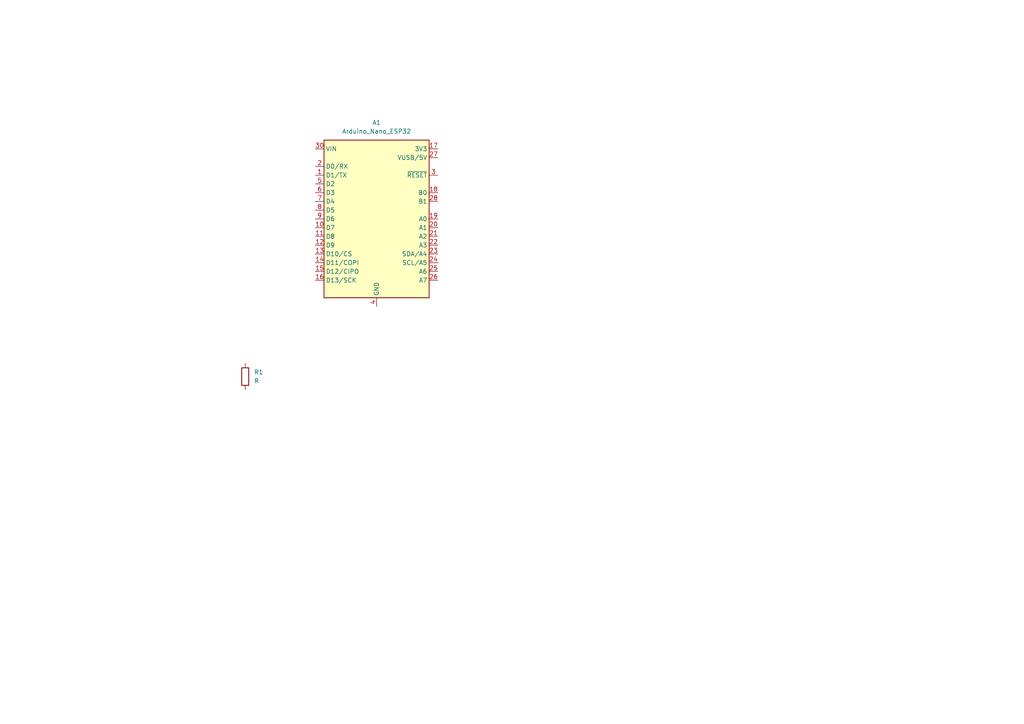
<source format=kicad_sch>
(kicad_sch (version 20250114) (generator "eeschema") (generator_version "9.0")
  (paper "A4")
  (lib_symbols
    (symbol "Device:R" (pin_numbers (hide yes)) (pin_names (offset 0))
      (property "Reference" "R" (at 2.032 0 90))
      (property "Value" "R" (at 0 0 90))
      (symbol "R_0_1"
        (rectangle (start -1.016 -2.54) (end 1.016 2.54) (stroke (width 0.254)))
      )
      (symbol "R_1_1"
        (pin passive line (at 0 3.81 270) (length 1.27) (name "~") (number "1"))
        (pin passive line (at 0 -3.81 90) (length 1.27) (name "~") (number "2"))
      )
    )
    (symbol "MCU_Module:Arduino_Nano_ESP32"
      (property "Reference" "A" (at -14.986 23.622 0))
      (property "Value" "Arduino_Nano_ESP32" (at 3.81 -25.654 0))
      (symbol "Arduino_Nano_ESP32_0_1"
        (rectangle (start -15.24 22.86) (end 15.24 -22.86) (stroke (width 0.254)) (fill (type background)))
      )
      (symbol "Arduino_Nano_ESP32_1_1"
        (pin power_in line (at -17.78 20.32 0) (length 2.54) (name "VIN") (number "30"))
        (pin bidirectional line (at -17.78 15.24 0) (length 2.54) (name "D0/RX") (number "2"))
        (pin bidirectional line (at -17.78 12.7 0) (length 2.54) (name "D1/TX") (number "1"))
        (pin bidirectional line (at -17.78 10.16 0) (length 2.54) (name "D2") (number "5"))
        (pin bidirectional line (at -17.78 7.62 0) (length 2.54) (name "D3") (number "6"))
        (pin bidirectional line (at -17.78 5.08 0) (length 2.54) (name "D4") (number "7"))
        (pin bidirectional line (at -17.78 2.54 0) (length 2.54) (name "D5") (number "8"))
        (pin bidirectional line (at -17.78 0 0) (length 2.54) (name "D6") (number "9"))
        (pin bidirectional line (at -17.78 -2.54 0) (length 2.54) (name "D7") (number "10"))
        (pin bidirectional line (at -17.78 -5.08 0) (length 2.54) (name "D8") (number "11"))
        (pin bidirectional line (at -17.78 -7.62 0) (length 2.54) (name "D9") (number "12"))
        (pin bidirectional line (at -17.78 -10.16 0) (length 2.54) (name "D10/CS") (number "13"))
        (pin bidirectional line (at -17.78 -12.7 0) (length 2.54) (name "D11/COPI") (number "14"))
        (pin bidirectional line (at -17.78 -15.24 0) (length 2.54) (name "D12/CIPO") (number "15"))
        (pin bidirectional line (at -17.78 -17.78 0) (length 2.54) (name "D13/SCK") (number "16"))
        (pin passive line (at 0 -25.4 90) (length 2.54) (hide yes) (name "GND") (number "29"))
        (pin power_in line (at 0 -25.4 90) (length 2.54) (name "GND") (number "4"))
        (pin power_out line (at 17.78 20.32 180) (length 2.54) (name "3V3") (number "17"))
        (pin power_out line (at 17.78 17.78 180) (length 2.54) (name "VUSB/5V") (number "27"))
        (pin input line (at 17.78 12.7 180) (length 2.54) (name "~{RESET}") (number "3"))
        (pin bidirectional line (at 17.78 7.62 180) (length 2.54) (name "B0") (number "18"))
        (pin bidirectional line (at 17.78 5.08 180) (length 2.54) (name "B1") (number "28"))
        (pin bidirectional line (at 17.78 0 180) (length 2.54) (name "A0") (number "19"))
        (pin bidirectional line (at 17.78 -2.54 180) (length 2.54) (name "A1") (number "20"))
        (pin bidirectional line (at 17.78 -5.08 180) (length 2.54) (name "A2") (number "21"))
        (pin bidirectional line (at 17.78 -7.62 180) (length 2.54) (name "A3") (number "22"))
        (pin bidirectional line (at 17.78 -10.16 180) (length 2.54) (name "SDA/A4") (number "23"))
        (pin bidirectional line (at 17.78 -12.7 180) (length 2.54) (name "SCL/A5") (number "24"))
        (pin bidirectional line (at 17.78 -15.24 180) (length 2.54) (name "A6") (number "25"))
        (pin bidirectional line (at 17.78 -17.78 180) (length 2.54) (name "A7") (number "26"))
      )
    )
  )
  (symbol (lib_id "MCU_Module:Arduino_Nano_ESP32") (at 109.22 63.5 0) (unit 1)
    (property "Reference" "A1" (at 109.22 35.56 0))
    (property "Value" "Arduino_Nano_ESP32" (at 109.22 38.1 0))
    (property "Footprint" "Module:Arduino_Nano" (effects (hide yes)))
    (property "Datasheet" "https://docs.arduino.cc/resources/datasheets/ABX00083-datasheet.pdf" (effects (hide yes)))
    (property "Description" "Arduino Nano board based on the ESP32-S3 with a dual-core 240 MHz processor, 384 kB ROM, 512 kB SRAM. Operates at 3.3V, with 5V USB-C® input and 6-21V VIN. Features Wi-Fi®, Bluetooth® LE, digital and analog pins, and supports SPI, I2C, UART, I2S, and CAN." (effects (hide yes)))
  )
  (symbol (lib_id "Device:R") (at 71.12 109.22 0) (unit 1)
    (property "Reference" "R1" (at 73.66 107.9499 0) (effects (justify left)))
    (property "Value" "R" (at 73.66 110.4899 0) (effects (justify left)))
    (property "Description" "Resistor" (effects (hide yes)))
  )
)
</source>
